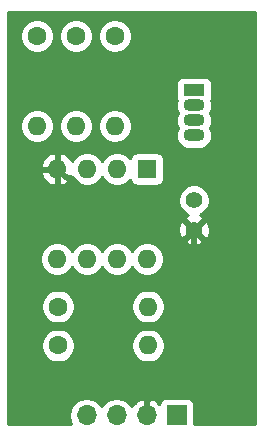
<source format=gbl>
G04 #@! TF.GenerationSoftware,KiCad,Pcbnew,5.1.10-88a1d61d58~90~ubuntu20.04.1*
G04 #@! TF.CreationDate,2021-10-12T10:11:59+02:00*
G04 #@! TF.ProjectId,attiny85_I2C_RGB_LED_v2,61747469-6e79-4383-955f-4932435f5247,2.0*
G04 #@! TF.SameCoordinates,Original*
G04 #@! TF.FileFunction,Copper,L2,Bot*
G04 #@! TF.FilePolarity,Positive*
%FSLAX46Y46*%
G04 Gerber Fmt 4.6, Leading zero omitted, Abs format (unit mm)*
G04 Created by KiCad (PCBNEW 5.1.10-88a1d61d58~90~ubuntu20.04.1) date 2021-10-12 10:11:59*
%MOMM*%
%LPD*%
G01*
G04 APERTURE LIST*
G04 #@! TA.AperFunction,ComponentPad*
%ADD10O,1.600000X1.600000*%
G04 #@! TD*
G04 #@! TA.AperFunction,ComponentPad*
%ADD11C,1.600000*%
G04 #@! TD*
G04 #@! TA.AperFunction,ComponentPad*
%ADD12R,1.600000X1.600000*%
G04 #@! TD*
G04 #@! TA.AperFunction,ComponentPad*
%ADD13R,1.700000X1.700000*%
G04 #@! TD*
G04 #@! TA.AperFunction,ComponentPad*
%ADD14O,1.700000X1.700000*%
G04 #@! TD*
G04 #@! TA.AperFunction,ComponentPad*
%ADD15R,1.800000X1.070000*%
G04 #@! TD*
G04 #@! TA.AperFunction,ComponentPad*
%ADD16O,1.800000X1.070000*%
G04 #@! TD*
G04 #@! TA.AperFunction,ComponentPad*
%ADD17C,1.400000*%
G04 #@! TD*
G04 #@! TA.AperFunction,Conductor*
%ADD18C,0.500000*%
G04 #@! TD*
G04 #@! TA.AperFunction,Conductor*
%ADD19C,0.254000*%
G04 #@! TD*
G04 #@! TA.AperFunction,Conductor*
%ADD20C,0.200000*%
G04 #@! TD*
G04 APERTURE END LIST*
D10*
X119405400Y-139700000D03*
D11*
X111785400Y-139700000D03*
X111785400Y-136400000D03*
D10*
X119405400Y-136400000D03*
D12*
X119330000Y-124760000D03*
D10*
X111710000Y-132380000D03*
X116790000Y-124760000D03*
X114250000Y-132380000D03*
X114250000Y-124760000D03*
X116790000Y-132380000D03*
X111710000Y-124760000D03*
X119330000Y-132380000D03*
D13*
X121825400Y-145626400D03*
D14*
X119285400Y-145626400D03*
X116745400Y-145626400D03*
X114205400Y-145626400D03*
D15*
X123300000Y-118100000D03*
D16*
X123300000Y-119370000D03*
X123300000Y-120640000D03*
X123300000Y-121910000D03*
D17*
X123300000Y-127400000D03*
X123300000Y-129900000D03*
D11*
X110000000Y-113500000D03*
D10*
X110000000Y-121120000D03*
X116600000Y-121120000D03*
D11*
X116600000Y-113500000D03*
X113300000Y-113500000D03*
D10*
X113300000Y-121120000D03*
D18*
X123300000Y-130889949D02*
X123300000Y-129900000D01*
X123300000Y-140409719D02*
X123300000Y-130889949D01*
X119285400Y-144424319D02*
X123300000Y-140409719D01*
X119285400Y-145626400D02*
X119285400Y-144424319D01*
X123300000Y-129900000D02*
X121234200Y-127834200D01*
X115178198Y-127834200D02*
X121234200Y-127834200D01*
X112903997Y-125559999D02*
X115178198Y-127834200D01*
X112509999Y-125559999D02*
X112903997Y-125559999D01*
X111710000Y-124760000D02*
X112509999Y-125559999D01*
X123300000Y-119370000D02*
X123300000Y-119454990D01*
D19*
X128465000Y-146356400D02*
X123313472Y-146356400D01*
X123313472Y-144776400D01*
X123301212Y-144651918D01*
X123264902Y-144532220D01*
X123205937Y-144421906D01*
X123126585Y-144325215D01*
X123029894Y-144245863D01*
X122919580Y-144186898D01*
X122799882Y-144150588D01*
X122675400Y-144138328D01*
X120975400Y-144138328D01*
X120850918Y-144150588D01*
X120731220Y-144186898D01*
X120620906Y-144245863D01*
X120524215Y-144325215D01*
X120444863Y-144421906D01*
X120385898Y-144532220D01*
X120361434Y-144612866D01*
X120285669Y-144528812D01*
X120052320Y-144354759D01*
X119789499Y-144229575D01*
X119642290Y-144184924D01*
X119412400Y-144306245D01*
X119412400Y-145499400D01*
X119432400Y-145499400D01*
X119432400Y-145753400D01*
X119412400Y-145753400D01*
X119412400Y-145773400D01*
X119158400Y-145773400D01*
X119158400Y-145753400D01*
X119138400Y-145753400D01*
X119138400Y-145499400D01*
X119158400Y-145499400D01*
X119158400Y-144306245D01*
X118928510Y-144184924D01*
X118781301Y-144229575D01*
X118518480Y-144354759D01*
X118285131Y-144528812D01*
X118090222Y-144745045D01*
X118020595Y-144861934D01*
X117898875Y-144679768D01*
X117692032Y-144472925D01*
X117448811Y-144310410D01*
X117178558Y-144198468D01*
X116891660Y-144141400D01*
X116599140Y-144141400D01*
X116312242Y-144198468D01*
X116041989Y-144310410D01*
X115798768Y-144472925D01*
X115591925Y-144679768D01*
X115475400Y-144854160D01*
X115358875Y-144679768D01*
X115152032Y-144472925D01*
X114908811Y-144310410D01*
X114638558Y-144198468D01*
X114351660Y-144141400D01*
X114059140Y-144141400D01*
X113772242Y-144198468D01*
X113501989Y-144310410D01*
X113258768Y-144472925D01*
X113051925Y-144679768D01*
X112889410Y-144922989D01*
X112777468Y-145193242D01*
X112720400Y-145480140D01*
X112720400Y-145772660D01*
X112777468Y-146059558D01*
X112889410Y-146329811D01*
X112907176Y-146356400D01*
X107535000Y-146356400D01*
X107535000Y-139558665D01*
X110350400Y-139558665D01*
X110350400Y-139841335D01*
X110405547Y-140118574D01*
X110513720Y-140379727D01*
X110670763Y-140614759D01*
X110870641Y-140814637D01*
X111105673Y-140971680D01*
X111366826Y-141079853D01*
X111644065Y-141135000D01*
X111926735Y-141135000D01*
X112203974Y-141079853D01*
X112465127Y-140971680D01*
X112700159Y-140814637D01*
X112900037Y-140614759D01*
X113057080Y-140379727D01*
X113165253Y-140118574D01*
X113220400Y-139841335D01*
X113220400Y-139558665D01*
X117970400Y-139558665D01*
X117970400Y-139841335D01*
X118025547Y-140118574D01*
X118133720Y-140379727D01*
X118290763Y-140614759D01*
X118490641Y-140814637D01*
X118725673Y-140971680D01*
X118986826Y-141079853D01*
X119264065Y-141135000D01*
X119546735Y-141135000D01*
X119823974Y-141079853D01*
X120085127Y-140971680D01*
X120320159Y-140814637D01*
X120520037Y-140614759D01*
X120677080Y-140379727D01*
X120785253Y-140118574D01*
X120840400Y-139841335D01*
X120840400Y-139558665D01*
X120785253Y-139281426D01*
X120677080Y-139020273D01*
X120520037Y-138785241D01*
X120320159Y-138585363D01*
X120085127Y-138428320D01*
X119823974Y-138320147D01*
X119546735Y-138265000D01*
X119264065Y-138265000D01*
X118986826Y-138320147D01*
X118725673Y-138428320D01*
X118490641Y-138585363D01*
X118290763Y-138785241D01*
X118133720Y-139020273D01*
X118025547Y-139281426D01*
X117970400Y-139558665D01*
X113220400Y-139558665D01*
X113165253Y-139281426D01*
X113057080Y-139020273D01*
X112900037Y-138785241D01*
X112700159Y-138585363D01*
X112465127Y-138428320D01*
X112203974Y-138320147D01*
X111926735Y-138265000D01*
X111644065Y-138265000D01*
X111366826Y-138320147D01*
X111105673Y-138428320D01*
X110870641Y-138585363D01*
X110670763Y-138785241D01*
X110513720Y-139020273D01*
X110405547Y-139281426D01*
X110350400Y-139558665D01*
X107535000Y-139558665D01*
X107535000Y-136258665D01*
X110350400Y-136258665D01*
X110350400Y-136541335D01*
X110405547Y-136818574D01*
X110513720Y-137079727D01*
X110670763Y-137314759D01*
X110870641Y-137514637D01*
X111105673Y-137671680D01*
X111366826Y-137779853D01*
X111644065Y-137835000D01*
X111926735Y-137835000D01*
X112203974Y-137779853D01*
X112465127Y-137671680D01*
X112700159Y-137514637D01*
X112900037Y-137314759D01*
X113057080Y-137079727D01*
X113165253Y-136818574D01*
X113220400Y-136541335D01*
X113220400Y-136258665D01*
X117970400Y-136258665D01*
X117970400Y-136541335D01*
X118025547Y-136818574D01*
X118133720Y-137079727D01*
X118290763Y-137314759D01*
X118490641Y-137514637D01*
X118725673Y-137671680D01*
X118986826Y-137779853D01*
X119264065Y-137835000D01*
X119546735Y-137835000D01*
X119823974Y-137779853D01*
X120085127Y-137671680D01*
X120320159Y-137514637D01*
X120520037Y-137314759D01*
X120677080Y-137079727D01*
X120785253Y-136818574D01*
X120840400Y-136541335D01*
X120840400Y-136258665D01*
X120785253Y-135981426D01*
X120677080Y-135720273D01*
X120520037Y-135485241D01*
X120320159Y-135285363D01*
X120085127Y-135128320D01*
X119823974Y-135020147D01*
X119546735Y-134965000D01*
X119264065Y-134965000D01*
X118986826Y-135020147D01*
X118725673Y-135128320D01*
X118490641Y-135285363D01*
X118290763Y-135485241D01*
X118133720Y-135720273D01*
X118025547Y-135981426D01*
X117970400Y-136258665D01*
X113220400Y-136258665D01*
X113165253Y-135981426D01*
X113057080Y-135720273D01*
X112900037Y-135485241D01*
X112700159Y-135285363D01*
X112465127Y-135128320D01*
X112203974Y-135020147D01*
X111926735Y-134965000D01*
X111644065Y-134965000D01*
X111366826Y-135020147D01*
X111105673Y-135128320D01*
X110870641Y-135285363D01*
X110670763Y-135485241D01*
X110513720Y-135720273D01*
X110405547Y-135981426D01*
X110350400Y-136258665D01*
X107535000Y-136258665D01*
X107535000Y-132238665D01*
X110275000Y-132238665D01*
X110275000Y-132521335D01*
X110330147Y-132798574D01*
X110438320Y-133059727D01*
X110595363Y-133294759D01*
X110795241Y-133494637D01*
X111030273Y-133651680D01*
X111291426Y-133759853D01*
X111568665Y-133815000D01*
X111851335Y-133815000D01*
X112128574Y-133759853D01*
X112389727Y-133651680D01*
X112624759Y-133494637D01*
X112824637Y-133294759D01*
X112980000Y-133062241D01*
X113135363Y-133294759D01*
X113335241Y-133494637D01*
X113570273Y-133651680D01*
X113831426Y-133759853D01*
X114108665Y-133815000D01*
X114391335Y-133815000D01*
X114668574Y-133759853D01*
X114929727Y-133651680D01*
X115164759Y-133494637D01*
X115364637Y-133294759D01*
X115520000Y-133062241D01*
X115675363Y-133294759D01*
X115875241Y-133494637D01*
X116110273Y-133651680D01*
X116371426Y-133759853D01*
X116648665Y-133815000D01*
X116931335Y-133815000D01*
X117208574Y-133759853D01*
X117469727Y-133651680D01*
X117704759Y-133494637D01*
X117904637Y-133294759D01*
X118060000Y-133062241D01*
X118215363Y-133294759D01*
X118415241Y-133494637D01*
X118650273Y-133651680D01*
X118911426Y-133759853D01*
X119188665Y-133815000D01*
X119471335Y-133815000D01*
X119748574Y-133759853D01*
X120009727Y-133651680D01*
X120244759Y-133494637D01*
X120444637Y-133294759D01*
X120601680Y-133059727D01*
X120709853Y-132798574D01*
X120765000Y-132521335D01*
X120765000Y-132238665D01*
X120709853Y-131961426D01*
X120601680Y-131700273D01*
X120444637Y-131465241D01*
X120244759Y-131265363D01*
X120009727Y-131108320D01*
X119748574Y-131000147D01*
X119471335Y-130945000D01*
X119188665Y-130945000D01*
X118911426Y-131000147D01*
X118650273Y-131108320D01*
X118415241Y-131265363D01*
X118215363Y-131465241D01*
X118060000Y-131697759D01*
X117904637Y-131465241D01*
X117704759Y-131265363D01*
X117469727Y-131108320D01*
X117208574Y-131000147D01*
X116931335Y-130945000D01*
X116648665Y-130945000D01*
X116371426Y-131000147D01*
X116110273Y-131108320D01*
X115875241Y-131265363D01*
X115675363Y-131465241D01*
X115520000Y-131697759D01*
X115364637Y-131465241D01*
X115164759Y-131265363D01*
X114929727Y-131108320D01*
X114668574Y-131000147D01*
X114391335Y-130945000D01*
X114108665Y-130945000D01*
X113831426Y-131000147D01*
X113570273Y-131108320D01*
X113335241Y-131265363D01*
X113135363Y-131465241D01*
X112980000Y-131697759D01*
X112824637Y-131465241D01*
X112624759Y-131265363D01*
X112389727Y-131108320D01*
X112128574Y-131000147D01*
X111851335Y-130945000D01*
X111568665Y-130945000D01*
X111291426Y-131000147D01*
X111030273Y-131108320D01*
X110795241Y-131265363D01*
X110595363Y-131465241D01*
X110438320Y-131700273D01*
X110330147Y-131961426D01*
X110275000Y-132238665D01*
X107535000Y-132238665D01*
X107535000Y-130821269D01*
X122558336Y-130821269D01*
X122617797Y-131055037D01*
X122856242Y-131165934D01*
X123111740Y-131228183D01*
X123374473Y-131239390D01*
X123634344Y-131199125D01*
X123881366Y-131108935D01*
X123982203Y-131055037D01*
X124041664Y-130821269D01*
X123300000Y-130079605D01*
X122558336Y-130821269D01*
X107535000Y-130821269D01*
X107535000Y-129974473D01*
X121960610Y-129974473D01*
X122000875Y-130234344D01*
X122091065Y-130481366D01*
X122144963Y-130582203D01*
X122378731Y-130641664D01*
X123120395Y-129900000D01*
X123479605Y-129900000D01*
X124221269Y-130641664D01*
X124455037Y-130582203D01*
X124565934Y-130343758D01*
X124628183Y-130088260D01*
X124639390Y-129825527D01*
X124599125Y-129565656D01*
X124508935Y-129318634D01*
X124455037Y-129217797D01*
X124221269Y-129158336D01*
X123479605Y-129900000D01*
X123120395Y-129900000D01*
X122378731Y-129158336D01*
X122144963Y-129217797D01*
X122034066Y-129456242D01*
X121971817Y-129711740D01*
X121960610Y-129974473D01*
X107535000Y-129974473D01*
X107535000Y-127268514D01*
X121965000Y-127268514D01*
X121965000Y-127531486D01*
X122016304Y-127789405D01*
X122116939Y-128032359D01*
X122263038Y-128251013D01*
X122448987Y-128436962D01*
X122667641Y-128583061D01*
X122830118Y-128650361D01*
X122718634Y-128691065D01*
X122617797Y-128744963D01*
X122558336Y-128978731D01*
X123300000Y-129720395D01*
X124041664Y-128978731D01*
X123982203Y-128744963D01*
X123774596Y-128648408D01*
X123932359Y-128583061D01*
X124151013Y-128436962D01*
X124336962Y-128251013D01*
X124483061Y-128032359D01*
X124583696Y-127789405D01*
X124635000Y-127531486D01*
X124635000Y-127268514D01*
X124583696Y-127010595D01*
X124483061Y-126767641D01*
X124336962Y-126548987D01*
X124151013Y-126363038D01*
X123932359Y-126216939D01*
X123689405Y-126116304D01*
X123431486Y-126065000D01*
X123168514Y-126065000D01*
X122910595Y-126116304D01*
X122667641Y-126216939D01*
X122448987Y-126363038D01*
X122263038Y-126548987D01*
X122116939Y-126767641D01*
X122016304Y-127010595D01*
X121965000Y-127268514D01*
X107535000Y-127268514D01*
X107535000Y-125109040D01*
X110318091Y-125109040D01*
X110412930Y-125373881D01*
X110557615Y-125615131D01*
X110746586Y-125823519D01*
X110972580Y-125991037D01*
X111226913Y-126111246D01*
X111360961Y-126151904D01*
X111583000Y-126029915D01*
X111583000Y-124887000D01*
X110439376Y-124887000D01*
X110318091Y-125109040D01*
X107535000Y-125109040D01*
X107535000Y-124410960D01*
X110318091Y-124410960D01*
X110439376Y-124633000D01*
X111583000Y-124633000D01*
X111583000Y-123490085D01*
X111837000Y-123490085D01*
X111837000Y-124633000D01*
X111857000Y-124633000D01*
X111857000Y-124887000D01*
X111837000Y-124887000D01*
X111837000Y-126029915D01*
X112059039Y-126151904D01*
X112193087Y-126111246D01*
X112447420Y-125991037D01*
X112673414Y-125823519D01*
X112862385Y-125615131D01*
X112973933Y-125429135D01*
X112978320Y-125439727D01*
X113135363Y-125674759D01*
X113335241Y-125874637D01*
X113570273Y-126031680D01*
X113831426Y-126139853D01*
X114108665Y-126195000D01*
X114391335Y-126195000D01*
X114668574Y-126139853D01*
X114929727Y-126031680D01*
X115164759Y-125874637D01*
X115364637Y-125674759D01*
X115520000Y-125442241D01*
X115675363Y-125674759D01*
X115875241Y-125874637D01*
X116110273Y-126031680D01*
X116371426Y-126139853D01*
X116648665Y-126195000D01*
X116931335Y-126195000D01*
X117208574Y-126139853D01*
X117469727Y-126031680D01*
X117704759Y-125874637D01*
X117903357Y-125676039D01*
X117904188Y-125684482D01*
X117940498Y-125804180D01*
X117999463Y-125914494D01*
X118078815Y-126011185D01*
X118175506Y-126090537D01*
X118285820Y-126149502D01*
X118405518Y-126185812D01*
X118530000Y-126198072D01*
X120130000Y-126198072D01*
X120254482Y-126185812D01*
X120374180Y-126149502D01*
X120484494Y-126090537D01*
X120581185Y-126011185D01*
X120660537Y-125914494D01*
X120719502Y-125804180D01*
X120755812Y-125684482D01*
X120768072Y-125560000D01*
X120768072Y-123960000D01*
X120755812Y-123835518D01*
X120719502Y-123715820D01*
X120660537Y-123605506D01*
X120581185Y-123508815D01*
X120484494Y-123429463D01*
X120374180Y-123370498D01*
X120254482Y-123334188D01*
X120130000Y-123321928D01*
X118530000Y-123321928D01*
X118405518Y-123334188D01*
X118285820Y-123370498D01*
X118175506Y-123429463D01*
X118078815Y-123508815D01*
X117999463Y-123605506D01*
X117940498Y-123715820D01*
X117904188Y-123835518D01*
X117903357Y-123843961D01*
X117704759Y-123645363D01*
X117469727Y-123488320D01*
X117208574Y-123380147D01*
X116931335Y-123325000D01*
X116648665Y-123325000D01*
X116371426Y-123380147D01*
X116110273Y-123488320D01*
X115875241Y-123645363D01*
X115675363Y-123845241D01*
X115520000Y-124077759D01*
X115364637Y-123845241D01*
X115164759Y-123645363D01*
X114929727Y-123488320D01*
X114668574Y-123380147D01*
X114391335Y-123325000D01*
X114108665Y-123325000D01*
X113831426Y-123380147D01*
X113570273Y-123488320D01*
X113335241Y-123645363D01*
X113135363Y-123845241D01*
X112978320Y-124080273D01*
X112973933Y-124090865D01*
X112862385Y-123904869D01*
X112673414Y-123696481D01*
X112447420Y-123528963D01*
X112193087Y-123408754D01*
X112059039Y-123368096D01*
X111837000Y-123490085D01*
X111583000Y-123490085D01*
X111360961Y-123368096D01*
X111226913Y-123408754D01*
X110972580Y-123528963D01*
X110746586Y-123696481D01*
X110557615Y-123904869D01*
X110412930Y-124146119D01*
X110318091Y-124410960D01*
X107535000Y-124410960D01*
X107535000Y-120978665D01*
X108565000Y-120978665D01*
X108565000Y-121261335D01*
X108620147Y-121538574D01*
X108728320Y-121799727D01*
X108885363Y-122034759D01*
X109085241Y-122234637D01*
X109320273Y-122391680D01*
X109581426Y-122499853D01*
X109858665Y-122555000D01*
X110141335Y-122555000D01*
X110418574Y-122499853D01*
X110679727Y-122391680D01*
X110914759Y-122234637D01*
X111114637Y-122034759D01*
X111271680Y-121799727D01*
X111379853Y-121538574D01*
X111435000Y-121261335D01*
X111435000Y-120978665D01*
X111865000Y-120978665D01*
X111865000Y-121261335D01*
X111920147Y-121538574D01*
X112028320Y-121799727D01*
X112185363Y-122034759D01*
X112385241Y-122234637D01*
X112620273Y-122391680D01*
X112881426Y-122499853D01*
X113158665Y-122555000D01*
X113441335Y-122555000D01*
X113718574Y-122499853D01*
X113979727Y-122391680D01*
X114214759Y-122234637D01*
X114414637Y-122034759D01*
X114571680Y-121799727D01*
X114679853Y-121538574D01*
X114735000Y-121261335D01*
X114735000Y-120978665D01*
X115165000Y-120978665D01*
X115165000Y-121261335D01*
X115220147Y-121538574D01*
X115328320Y-121799727D01*
X115485363Y-122034759D01*
X115685241Y-122234637D01*
X115920273Y-122391680D01*
X116181426Y-122499853D01*
X116458665Y-122555000D01*
X116741335Y-122555000D01*
X117018574Y-122499853D01*
X117279727Y-122391680D01*
X117514759Y-122234637D01*
X117714637Y-122034759D01*
X117871680Y-121799727D01*
X117979853Y-121538574D01*
X118035000Y-121261335D01*
X118035000Y-120978665D01*
X117979853Y-120701426D01*
X117871680Y-120440273D01*
X117714637Y-120205241D01*
X117514759Y-120005363D01*
X117279727Y-119848320D01*
X117018574Y-119740147D01*
X116741335Y-119685000D01*
X116458665Y-119685000D01*
X116181426Y-119740147D01*
X115920273Y-119848320D01*
X115685241Y-120005363D01*
X115485363Y-120205241D01*
X115328320Y-120440273D01*
X115220147Y-120701426D01*
X115165000Y-120978665D01*
X114735000Y-120978665D01*
X114679853Y-120701426D01*
X114571680Y-120440273D01*
X114414637Y-120205241D01*
X114214759Y-120005363D01*
X113979727Y-119848320D01*
X113718574Y-119740147D01*
X113441335Y-119685000D01*
X113158665Y-119685000D01*
X112881426Y-119740147D01*
X112620273Y-119848320D01*
X112385241Y-120005363D01*
X112185363Y-120205241D01*
X112028320Y-120440273D01*
X111920147Y-120701426D01*
X111865000Y-120978665D01*
X111435000Y-120978665D01*
X111379853Y-120701426D01*
X111271680Y-120440273D01*
X111114637Y-120205241D01*
X110914759Y-120005363D01*
X110679727Y-119848320D01*
X110418574Y-119740147D01*
X110141335Y-119685000D01*
X109858665Y-119685000D01*
X109581426Y-119740147D01*
X109320273Y-119848320D01*
X109085241Y-120005363D01*
X108885363Y-120205241D01*
X108728320Y-120440273D01*
X108620147Y-120701426D01*
X108565000Y-120978665D01*
X107535000Y-120978665D01*
X107535000Y-119370000D01*
X121759339Y-119370000D01*
X121781929Y-119599360D01*
X121848831Y-119819906D01*
X121947766Y-120005000D01*
X121848831Y-120190094D01*
X121781929Y-120410640D01*
X121759339Y-120640000D01*
X121781929Y-120869360D01*
X121848831Y-121089906D01*
X121947766Y-121275000D01*
X121848831Y-121460094D01*
X121781929Y-121680640D01*
X121759339Y-121910000D01*
X121781929Y-122139360D01*
X121848831Y-122359906D01*
X121957474Y-122563162D01*
X122103682Y-122741318D01*
X122281838Y-122887526D01*
X122485094Y-122996169D01*
X122705640Y-123063071D01*
X122877523Y-123080000D01*
X123722477Y-123080000D01*
X123894360Y-123063071D01*
X124114906Y-122996169D01*
X124318162Y-122887526D01*
X124496318Y-122741318D01*
X124642526Y-122563162D01*
X124751169Y-122359906D01*
X124818071Y-122139360D01*
X124840661Y-121910000D01*
X124818071Y-121680640D01*
X124751169Y-121460094D01*
X124652234Y-121275000D01*
X124751169Y-121089906D01*
X124818071Y-120869360D01*
X124840661Y-120640000D01*
X124818071Y-120410640D01*
X124751169Y-120190094D01*
X124652234Y-120005000D01*
X124751169Y-119819906D01*
X124818071Y-119599360D01*
X124840661Y-119370000D01*
X124818071Y-119140640D01*
X124757130Y-118939743D01*
X124789502Y-118879180D01*
X124825812Y-118759482D01*
X124838072Y-118635000D01*
X124838072Y-117565000D01*
X124825812Y-117440518D01*
X124789502Y-117320820D01*
X124730537Y-117210506D01*
X124651185Y-117113815D01*
X124554494Y-117034463D01*
X124444180Y-116975498D01*
X124324482Y-116939188D01*
X124200000Y-116926928D01*
X122400000Y-116926928D01*
X122275518Y-116939188D01*
X122155820Y-116975498D01*
X122045506Y-117034463D01*
X121948815Y-117113815D01*
X121869463Y-117210506D01*
X121810498Y-117320820D01*
X121774188Y-117440518D01*
X121761928Y-117565000D01*
X121761928Y-118635000D01*
X121774188Y-118759482D01*
X121810498Y-118879180D01*
X121842870Y-118939743D01*
X121781929Y-119140640D01*
X121759339Y-119370000D01*
X107535000Y-119370000D01*
X107535000Y-113358665D01*
X108565000Y-113358665D01*
X108565000Y-113641335D01*
X108620147Y-113918574D01*
X108728320Y-114179727D01*
X108885363Y-114414759D01*
X109085241Y-114614637D01*
X109320273Y-114771680D01*
X109581426Y-114879853D01*
X109858665Y-114935000D01*
X110141335Y-114935000D01*
X110418574Y-114879853D01*
X110679727Y-114771680D01*
X110914759Y-114614637D01*
X111114637Y-114414759D01*
X111271680Y-114179727D01*
X111379853Y-113918574D01*
X111435000Y-113641335D01*
X111435000Y-113358665D01*
X111865000Y-113358665D01*
X111865000Y-113641335D01*
X111920147Y-113918574D01*
X112028320Y-114179727D01*
X112185363Y-114414759D01*
X112385241Y-114614637D01*
X112620273Y-114771680D01*
X112881426Y-114879853D01*
X113158665Y-114935000D01*
X113441335Y-114935000D01*
X113718574Y-114879853D01*
X113979727Y-114771680D01*
X114214759Y-114614637D01*
X114414637Y-114414759D01*
X114571680Y-114179727D01*
X114679853Y-113918574D01*
X114735000Y-113641335D01*
X114735000Y-113358665D01*
X115165000Y-113358665D01*
X115165000Y-113641335D01*
X115220147Y-113918574D01*
X115328320Y-114179727D01*
X115485363Y-114414759D01*
X115685241Y-114614637D01*
X115920273Y-114771680D01*
X116181426Y-114879853D01*
X116458665Y-114935000D01*
X116741335Y-114935000D01*
X117018574Y-114879853D01*
X117279727Y-114771680D01*
X117514759Y-114614637D01*
X117714637Y-114414759D01*
X117871680Y-114179727D01*
X117979853Y-113918574D01*
X118035000Y-113641335D01*
X118035000Y-113358665D01*
X117979853Y-113081426D01*
X117871680Y-112820273D01*
X117714637Y-112585241D01*
X117514759Y-112385363D01*
X117279727Y-112228320D01*
X117018574Y-112120147D01*
X116741335Y-112065000D01*
X116458665Y-112065000D01*
X116181426Y-112120147D01*
X115920273Y-112228320D01*
X115685241Y-112385363D01*
X115485363Y-112585241D01*
X115328320Y-112820273D01*
X115220147Y-113081426D01*
X115165000Y-113358665D01*
X114735000Y-113358665D01*
X114679853Y-113081426D01*
X114571680Y-112820273D01*
X114414637Y-112585241D01*
X114214759Y-112385363D01*
X113979727Y-112228320D01*
X113718574Y-112120147D01*
X113441335Y-112065000D01*
X113158665Y-112065000D01*
X112881426Y-112120147D01*
X112620273Y-112228320D01*
X112385241Y-112385363D01*
X112185363Y-112585241D01*
X112028320Y-112820273D01*
X111920147Y-113081426D01*
X111865000Y-113358665D01*
X111435000Y-113358665D01*
X111379853Y-113081426D01*
X111271680Y-112820273D01*
X111114637Y-112585241D01*
X110914759Y-112385363D01*
X110679727Y-112228320D01*
X110418574Y-112120147D01*
X110141335Y-112065000D01*
X109858665Y-112065000D01*
X109581426Y-112120147D01*
X109320273Y-112228320D01*
X109085241Y-112385363D01*
X108885363Y-112585241D01*
X108728320Y-112820273D01*
X108620147Y-113081426D01*
X108565000Y-113358665D01*
X107535000Y-113358665D01*
X107535000Y-111435000D01*
X128465001Y-111435000D01*
X128465000Y-146356400D01*
G04 #@! TA.AperFunction,Conductor*
D20*
G36*
X128465000Y-146356400D02*
G01*
X123313472Y-146356400D01*
X123313472Y-144776400D01*
X123301212Y-144651918D01*
X123264902Y-144532220D01*
X123205937Y-144421906D01*
X123126585Y-144325215D01*
X123029894Y-144245863D01*
X122919580Y-144186898D01*
X122799882Y-144150588D01*
X122675400Y-144138328D01*
X120975400Y-144138328D01*
X120850918Y-144150588D01*
X120731220Y-144186898D01*
X120620906Y-144245863D01*
X120524215Y-144325215D01*
X120444863Y-144421906D01*
X120385898Y-144532220D01*
X120361434Y-144612866D01*
X120285669Y-144528812D01*
X120052320Y-144354759D01*
X119789499Y-144229575D01*
X119642290Y-144184924D01*
X119412400Y-144306245D01*
X119412400Y-145499400D01*
X119432400Y-145499400D01*
X119432400Y-145753400D01*
X119412400Y-145753400D01*
X119412400Y-145773400D01*
X119158400Y-145773400D01*
X119158400Y-145753400D01*
X119138400Y-145753400D01*
X119138400Y-145499400D01*
X119158400Y-145499400D01*
X119158400Y-144306245D01*
X118928510Y-144184924D01*
X118781301Y-144229575D01*
X118518480Y-144354759D01*
X118285131Y-144528812D01*
X118090222Y-144745045D01*
X118020595Y-144861934D01*
X117898875Y-144679768D01*
X117692032Y-144472925D01*
X117448811Y-144310410D01*
X117178558Y-144198468D01*
X116891660Y-144141400D01*
X116599140Y-144141400D01*
X116312242Y-144198468D01*
X116041989Y-144310410D01*
X115798768Y-144472925D01*
X115591925Y-144679768D01*
X115475400Y-144854160D01*
X115358875Y-144679768D01*
X115152032Y-144472925D01*
X114908811Y-144310410D01*
X114638558Y-144198468D01*
X114351660Y-144141400D01*
X114059140Y-144141400D01*
X113772242Y-144198468D01*
X113501989Y-144310410D01*
X113258768Y-144472925D01*
X113051925Y-144679768D01*
X112889410Y-144922989D01*
X112777468Y-145193242D01*
X112720400Y-145480140D01*
X112720400Y-145772660D01*
X112777468Y-146059558D01*
X112889410Y-146329811D01*
X112907176Y-146356400D01*
X107535000Y-146356400D01*
X107535000Y-139558665D01*
X110350400Y-139558665D01*
X110350400Y-139841335D01*
X110405547Y-140118574D01*
X110513720Y-140379727D01*
X110670763Y-140614759D01*
X110870641Y-140814637D01*
X111105673Y-140971680D01*
X111366826Y-141079853D01*
X111644065Y-141135000D01*
X111926735Y-141135000D01*
X112203974Y-141079853D01*
X112465127Y-140971680D01*
X112700159Y-140814637D01*
X112900037Y-140614759D01*
X113057080Y-140379727D01*
X113165253Y-140118574D01*
X113220400Y-139841335D01*
X113220400Y-139558665D01*
X117970400Y-139558665D01*
X117970400Y-139841335D01*
X118025547Y-140118574D01*
X118133720Y-140379727D01*
X118290763Y-140614759D01*
X118490641Y-140814637D01*
X118725673Y-140971680D01*
X118986826Y-141079853D01*
X119264065Y-141135000D01*
X119546735Y-141135000D01*
X119823974Y-141079853D01*
X120085127Y-140971680D01*
X120320159Y-140814637D01*
X120520037Y-140614759D01*
X120677080Y-140379727D01*
X120785253Y-140118574D01*
X120840400Y-139841335D01*
X120840400Y-139558665D01*
X120785253Y-139281426D01*
X120677080Y-139020273D01*
X120520037Y-138785241D01*
X120320159Y-138585363D01*
X120085127Y-138428320D01*
X119823974Y-138320147D01*
X119546735Y-138265000D01*
X119264065Y-138265000D01*
X118986826Y-138320147D01*
X118725673Y-138428320D01*
X118490641Y-138585363D01*
X118290763Y-138785241D01*
X118133720Y-139020273D01*
X118025547Y-139281426D01*
X117970400Y-139558665D01*
X113220400Y-139558665D01*
X113165253Y-139281426D01*
X113057080Y-139020273D01*
X112900037Y-138785241D01*
X112700159Y-138585363D01*
X112465127Y-138428320D01*
X112203974Y-138320147D01*
X111926735Y-138265000D01*
X111644065Y-138265000D01*
X111366826Y-138320147D01*
X111105673Y-138428320D01*
X110870641Y-138585363D01*
X110670763Y-138785241D01*
X110513720Y-139020273D01*
X110405547Y-139281426D01*
X110350400Y-139558665D01*
X107535000Y-139558665D01*
X107535000Y-136258665D01*
X110350400Y-136258665D01*
X110350400Y-136541335D01*
X110405547Y-136818574D01*
X110513720Y-137079727D01*
X110670763Y-137314759D01*
X110870641Y-137514637D01*
X111105673Y-137671680D01*
X111366826Y-137779853D01*
X111644065Y-137835000D01*
X111926735Y-137835000D01*
X112203974Y-137779853D01*
X112465127Y-137671680D01*
X112700159Y-137514637D01*
X112900037Y-137314759D01*
X113057080Y-137079727D01*
X113165253Y-136818574D01*
X113220400Y-136541335D01*
X113220400Y-136258665D01*
X117970400Y-136258665D01*
X117970400Y-136541335D01*
X118025547Y-136818574D01*
X118133720Y-137079727D01*
X118290763Y-137314759D01*
X118490641Y-137514637D01*
X118725673Y-137671680D01*
X118986826Y-137779853D01*
X119264065Y-137835000D01*
X119546735Y-137835000D01*
X119823974Y-137779853D01*
X120085127Y-137671680D01*
X120320159Y-137514637D01*
X120520037Y-137314759D01*
X120677080Y-137079727D01*
X120785253Y-136818574D01*
X120840400Y-136541335D01*
X120840400Y-136258665D01*
X120785253Y-135981426D01*
X120677080Y-135720273D01*
X120520037Y-135485241D01*
X120320159Y-135285363D01*
X120085127Y-135128320D01*
X119823974Y-135020147D01*
X119546735Y-134965000D01*
X119264065Y-134965000D01*
X118986826Y-135020147D01*
X118725673Y-135128320D01*
X118490641Y-135285363D01*
X118290763Y-135485241D01*
X118133720Y-135720273D01*
X118025547Y-135981426D01*
X117970400Y-136258665D01*
X113220400Y-136258665D01*
X113165253Y-135981426D01*
X113057080Y-135720273D01*
X112900037Y-135485241D01*
X112700159Y-135285363D01*
X112465127Y-135128320D01*
X112203974Y-135020147D01*
X111926735Y-134965000D01*
X111644065Y-134965000D01*
X111366826Y-135020147D01*
X111105673Y-135128320D01*
X110870641Y-135285363D01*
X110670763Y-135485241D01*
X110513720Y-135720273D01*
X110405547Y-135981426D01*
X110350400Y-136258665D01*
X107535000Y-136258665D01*
X107535000Y-132238665D01*
X110275000Y-132238665D01*
X110275000Y-132521335D01*
X110330147Y-132798574D01*
X110438320Y-133059727D01*
X110595363Y-133294759D01*
X110795241Y-133494637D01*
X111030273Y-133651680D01*
X111291426Y-133759853D01*
X111568665Y-133815000D01*
X111851335Y-133815000D01*
X112128574Y-133759853D01*
X112389727Y-133651680D01*
X112624759Y-133494637D01*
X112824637Y-133294759D01*
X112980000Y-133062241D01*
X113135363Y-133294759D01*
X113335241Y-133494637D01*
X113570273Y-133651680D01*
X113831426Y-133759853D01*
X114108665Y-133815000D01*
X114391335Y-133815000D01*
X114668574Y-133759853D01*
X114929727Y-133651680D01*
X115164759Y-133494637D01*
X115364637Y-133294759D01*
X115520000Y-133062241D01*
X115675363Y-133294759D01*
X115875241Y-133494637D01*
X116110273Y-133651680D01*
X116371426Y-133759853D01*
X116648665Y-133815000D01*
X116931335Y-133815000D01*
X117208574Y-133759853D01*
X117469727Y-133651680D01*
X117704759Y-133494637D01*
X117904637Y-133294759D01*
X118060000Y-133062241D01*
X118215363Y-133294759D01*
X118415241Y-133494637D01*
X118650273Y-133651680D01*
X118911426Y-133759853D01*
X119188665Y-133815000D01*
X119471335Y-133815000D01*
X119748574Y-133759853D01*
X120009727Y-133651680D01*
X120244759Y-133494637D01*
X120444637Y-133294759D01*
X120601680Y-133059727D01*
X120709853Y-132798574D01*
X120765000Y-132521335D01*
X120765000Y-132238665D01*
X120709853Y-131961426D01*
X120601680Y-131700273D01*
X120444637Y-131465241D01*
X120244759Y-131265363D01*
X120009727Y-131108320D01*
X119748574Y-131000147D01*
X119471335Y-130945000D01*
X119188665Y-130945000D01*
X118911426Y-131000147D01*
X118650273Y-131108320D01*
X118415241Y-131265363D01*
X118215363Y-131465241D01*
X118060000Y-131697759D01*
X117904637Y-131465241D01*
X117704759Y-131265363D01*
X117469727Y-131108320D01*
X117208574Y-131000147D01*
X116931335Y-130945000D01*
X116648665Y-130945000D01*
X116371426Y-131000147D01*
X116110273Y-131108320D01*
X115875241Y-131265363D01*
X115675363Y-131465241D01*
X115520000Y-131697759D01*
X115364637Y-131465241D01*
X115164759Y-131265363D01*
X114929727Y-131108320D01*
X114668574Y-131000147D01*
X114391335Y-130945000D01*
X114108665Y-130945000D01*
X113831426Y-131000147D01*
X113570273Y-131108320D01*
X113335241Y-131265363D01*
X113135363Y-131465241D01*
X112980000Y-131697759D01*
X112824637Y-131465241D01*
X112624759Y-131265363D01*
X112389727Y-131108320D01*
X112128574Y-131000147D01*
X111851335Y-130945000D01*
X111568665Y-130945000D01*
X111291426Y-131000147D01*
X111030273Y-131108320D01*
X110795241Y-131265363D01*
X110595363Y-131465241D01*
X110438320Y-131700273D01*
X110330147Y-131961426D01*
X110275000Y-132238665D01*
X107535000Y-132238665D01*
X107535000Y-130821269D01*
X122558336Y-130821269D01*
X122617797Y-131055037D01*
X122856242Y-131165934D01*
X123111740Y-131228183D01*
X123374473Y-131239390D01*
X123634344Y-131199125D01*
X123881366Y-131108935D01*
X123982203Y-131055037D01*
X124041664Y-130821269D01*
X123300000Y-130079605D01*
X122558336Y-130821269D01*
X107535000Y-130821269D01*
X107535000Y-129974473D01*
X121960610Y-129974473D01*
X122000875Y-130234344D01*
X122091065Y-130481366D01*
X122144963Y-130582203D01*
X122378731Y-130641664D01*
X123120395Y-129900000D01*
X123479605Y-129900000D01*
X124221269Y-130641664D01*
X124455037Y-130582203D01*
X124565934Y-130343758D01*
X124628183Y-130088260D01*
X124639390Y-129825527D01*
X124599125Y-129565656D01*
X124508935Y-129318634D01*
X124455037Y-129217797D01*
X124221269Y-129158336D01*
X123479605Y-129900000D01*
X123120395Y-129900000D01*
X122378731Y-129158336D01*
X122144963Y-129217797D01*
X122034066Y-129456242D01*
X121971817Y-129711740D01*
X121960610Y-129974473D01*
X107535000Y-129974473D01*
X107535000Y-127268514D01*
X121965000Y-127268514D01*
X121965000Y-127531486D01*
X122016304Y-127789405D01*
X122116939Y-128032359D01*
X122263038Y-128251013D01*
X122448987Y-128436962D01*
X122667641Y-128583061D01*
X122830118Y-128650361D01*
X122718634Y-128691065D01*
X122617797Y-128744963D01*
X122558336Y-128978731D01*
X123300000Y-129720395D01*
X124041664Y-128978731D01*
X123982203Y-128744963D01*
X123774596Y-128648408D01*
X123932359Y-128583061D01*
X124151013Y-128436962D01*
X124336962Y-128251013D01*
X124483061Y-128032359D01*
X124583696Y-127789405D01*
X124635000Y-127531486D01*
X124635000Y-127268514D01*
X124583696Y-127010595D01*
X124483061Y-126767641D01*
X124336962Y-126548987D01*
X124151013Y-126363038D01*
X123932359Y-126216939D01*
X123689405Y-126116304D01*
X123431486Y-126065000D01*
X123168514Y-126065000D01*
X122910595Y-126116304D01*
X122667641Y-126216939D01*
X122448987Y-126363038D01*
X122263038Y-126548987D01*
X122116939Y-126767641D01*
X122016304Y-127010595D01*
X121965000Y-127268514D01*
X107535000Y-127268514D01*
X107535000Y-125109040D01*
X110318091Y-125109040D01*
X110412930Y-125373881D01*
X110557615Y-125615131D01*
X110746586Y-125823519D01*
X110972580Y-125991037D01*
X111226913Y-126111246D01*
X111360961Y-126151904D01*
X111583000Y-126029915D01*
X111583000Y-124887000D01*
X110439376Y-124887000D01*
X110318091Y-125109040D01*
X107535000Y-125109040D01*
X107535000Y-124410960D01*
X110318091Y-124410960D01*
X110439376Y-124633000D01*
X111583000Y-124633000D01*
X111583000Y-123490085D01*
X111837000Y-123490085D01*
X111837000Y-124633000D01*
X111857000Y-124633000D01*
X111857000Y-124887000D01*
X111837000Y-124887000D01*
X111837000Y-126029915D01*
X112059039Y-126151904D01*
X112193087Y-126111246D01*
X112447420Y-125991037D01*
X112673414Y-125823519D01*
X112862385Y-125615131D01*
X112973933Y-125429135D01*
X112978320Y-125439727D01*
X113135363Y-125674759D01*
X113335241Y-125874637D01*
X113570273Y-126031680D01*
X113831426Y-126139853D01*
X114108665Y-126195000D01*
X114391335Y-126195000D01*
X114668574Y-126139853D01*
X114929727Y-126031680D01*
X115164759Y-125874637D01*
X115364637Y-125674759D01*
X115520000Y-125442241D01*
X115675363Y-125674759D01*
X115875241Y-125874637D01*
X116110273Y-126031680D01*
X116371426Y-126139853D01*
X116648665Y-126195000D01*
X116931335Y-126195000D01*
X117208574Y-126139853D01*
X117469727Y-126031680D01*
X117704759Y-125874637D01*
X117903357Y-125676039D01*
X117904188Y-125684482D01*
X117940498Y-125804180D01*
X117999463Y-125914494D01*
X118078815Y-126011185D01*
X118175506Y-126090537D01*
X118285820Y-126149502D01*
X118405518Y-126185812D01*
X118530000Y-126198072D01*
X120130000Y-126198072D01*
X120254482Y-126185812D01*
X120374180Y-126149502D01*
X120484494Y-126090537D01*
X120581185Y-126011185D01*
X120660537Y-125914494D01*
X120719502Y-125804180D01*
X120755812Y-125684482D01*
X120768072Y-125560000D01*
X120768072Y-123960000D01*
X120755812Y-123835518D01*
X120719502Y-123715820D01*
X120660537Y-123605506D01*
X120581185Y-123508815D01*
X120484494Y-123429463D01*
X120374180Y-123370498D01*
X120254482Y-123334188D01*
X120130000Y-123321928D01*
X118530000Y-123321928D01*
X118405518Y-123334188D01*
X118285820Y-123370498D01*
X118175506Y-123429463D01*
X118078815Y-123508815D01*
X117999463Y-123605506D01*
X117940498Y-123715820D01*
X117904188Y-123835518D01*
X117903357Y-123843961D01*
X117704759Y-123645363D01*
X117469727Y-123488320D01*
X117208574Y-123380147D01*
X116931335Y-123325000D01*
X116648665Y-123325000D01*
X116371426Y-123380147D01*
X116110273Y-123488320D01*
X115875241Y-123645363D01*
X115675363Y-123845241D01*
X115520000Y-124077759D01*
X115364637Y-123845241D01*
X115164759Y-123645363D01*
X114929727Y-123488320D01*
X114668574Y-123380147D01*
X114391335Y-123325000D01*
X114108665Y-123325000D01*
X113831426Y-123380147D01*
X113570273Y-123488320D01*
X113335241Y-123645363D01*
X113135363Y-123845241D01*
X112978320Y-124080273D01*
X112973933Y-124090865D01*
X112862385Y-123904869D01*
X112673414Y-123696481D01*
X112447420Y-123528963D01*
X112193087Y-123408754D01*
X112059039Y-123368096D01*
X111837000Y-123490085D01*
X111583000Y-123490085D01*
X111360961Y-123368096D01*
X111226913Y-123408754D01*
X110972580Y-123528963D01*
X110746586Y-123696481D01*
X110557615Y-123904869D01*
X110412930Y-124146119D01*
X110318091Y-124410960D01*
X107535000Y-124410960D01*
X107535000Y-120978665D01*
X108565000Y-120978665D01*
X108565000Y-121261335D01*
X108620147Y-121538574D01*
X108728320Y-121799727D01*
X108885363Y-122034759D01*
X109085241Y-122234637D01*
X109320273Y-122391680D01*
X109581426Y-122499853D01*
X109858665Y-122555000D01*
X110141335Y-122555000D01*
X110418574Y-122499853D01*
X110679727Y-122391680D01*
X110914759Y-122234637D01*
X111114637Y-122034759D01*
X111271680Y-121799727D01*
X111379853Y-121538574D01*
X111435000Y-121261335D01*
X111435000Y-120978665D01*
X111865000Y-120978665D01*
X111865000Y-121261335D01*
X111920147Y-121538574D01*
X112028320Y-121799727D01*
X112185363Y-122034759D01*
X112385241Y-122234637D01*
X112620273Y-122391680D01*
X112881426Y-122499853D01*
X113158665Y-122555000D01*
X113441335Y-122555000D01*
X113718574Y-122499853D01*
X113979727Y-122391680D01*
X114214759Y-122234637D01*
X114414637Y-122034759D01*
X114571680Y-121799727D01*
X114679853Y-121538574D01*
X114735000Y-121261335D01*
X114735000Y-120978665D01*
X115165000Y-120978665D01*
X115165000Y-121261335D01*
X115220147Y-121538574D01*
X115328320Y-121799727D01*
X115485363Y-122034759D01*
X115685241Y-122234637D01*
X115920273Y-122391680D01*
X116181426Y-122499853D01*
X116458665Y-122555000D01*
X116741335Y-122555000D01*
X117018574Y-122499853D01*
X117279727Y-122391680D01*
X117514759Y-122234637D01*
X117714637Y-122034759D01*
X117871680Y-121799727D01*
X117979853Y-121538574D01*
X118035000Y-121261335D01*
X118035000Y-120978665D01*
X117979853Y-120701426D01*
X117871680Y-120440273D01*
X117714637Y-120205241D01*
X117514759Y-120005363D01*
X117279727Y-119848320D01*
X117018574Y-119740147D01*
X116741335Y-119685000D01*
X116458665Y-119685000D01*
X116181426Y-119740147D01*
X115920273Y-119848320D01*
X115685241Y-120005363D01*
X115485363Y-120205241D01*
X115328320Y-120440273D01*
X115220147Y-120701426D01*
X115165000Y-120978665D01*
X114735000Y-120978665D01*
X114679853Y-120701426D01*
X114571680Y-120440273D01*
X114414637Y-120205241D01*
X114214759Y-120005363D01*
X113979727Y-119848320D01*
X113718574Y-119740147D01*
X113441335Y-119685000D01*
X113158665Y-119685000D01*
X112881426Y-119740147D01*
X112620273Y-119848320D01*
X112385241Y-120005363D01*
X112185363Y-120205241D01*
X112028320Y-120440273D01*
X111920147Y-120701426D01*
X111865000Y-120978665D01*
X111435000Y-120978665D01*
X111379853Y-120701426D01*
X111271680Y-120440273D01*
X111114637Y-120205241D01*
X110914759Y-120005363D01*
X110679727Y-119848320D01*
X110418574Y-119740147D01*
X110141335Y-119685000D01*
X109858665Y-119685000D01*
X109581426Y-119740147D01*
X109320273Y-119848320D01*
X109085241Y-120005363D01*
X108885363Y-120205241D01*
X108728320Y-120440273D01*
X108620147Y-120701426D01*
X108565000Y-120978665D01*
X107535000Y-120978665D01*
X107535000Y-119370000D01*
X121759339Y-119370000D01*
X121781929Y-119599360D01*
X121848831Y-119819906D01*
X121947766Y-120005000D01*
X121848831Y-120190094D01*
X121781929Y-120410640D01*
X121759339Y-120640000D01*
X121781929Y-120869360D01*
X121848831Y-121089906D01*
X121947766Y-121275000D01*
X121848831Y-121460094D01*
X121781929Y-121680640D01*
X121759339Y-121910000D01*
X121781929Y-122139360D01*
X121848831Y-122359906D01*
X121957474Y-122563162D01*
X122103682Y-122741318D01*
X122281838Y-122887526D01*
X122485094Y-122996169D01*
X122705640Y-123063071D01*
X122877523Y-123080000D01*
X123722477Y-123080000D01*
X123894360Y-123063071D01*
X124114906Y-122996169D01*
X124318162Y-122887526D01*
X124496318Y-122741318D01*
X124642526Y-122563162D01*
X124751169Y-122359906D01*
X124818071Y-122139360D01*
X124840661Y-121910000D01*
X124818071Y-121680640D01*
X124751169Y-121460094D01*
X124652234Y-121275000D01*
X124751169Y-121089906D01*
X124818071Y-120869360D01*
X124840661Y-120640000D01*
X124818071Y-120410640D01*
X124751169Y-120190094D01*
X124652234Y-120005000D01*
X124751169Y-119819906D01*
X124818071Y-119599360D01*
X124840661Y-119370000D01*
X124818071Y-119140640D01*
X124757130Y-118939743D01*
X124789502Y-118879180D01*
X124825812Y-118759482D01*
X124838072Y-118635000D01*
X124838072Y-117565000D01*
X124825812Y-117440518D01*
X124789502Y-117320820D01*
X124730537Y-117210506D01*
X124651185Y-117113815D01*
X124554494Y-117034463D01*
X124444180Y-116975498D01*
X124324482Y-116939188D01*
X124200000Y-116926928D01*
X122400000Y-116926928D01*
X122275518Y-116939188D01*
X122155820Y-116975498D01*
X122045506Y-117034463D01*
X121948815Y-117113815D01*
X121869463Y-117210506D01*
X121810498Y-117320820D01*
X121774188Y-117440518D01*
X121761928Y-117565000D01*
X121761928Y-118635000D01*
X121774188Y-118759482D01*
X121810498Y-118879180D01*
X121842870Y-118939743D01*
X121781929Y-119140640D01*
X121759339Y-119370000D01*
X107535000Y-119370000D01*
X107535000Y-113358665D01*
X108565000Y-113358665D01*
X108565000Y-113641335D01*
X108620147Y-113918574D01*
X108728320Y-114179727D01*
X108885363Y-114414759D01*
X109085241Y-114614637D01*
X109320273Y-114771680D01*
X109581426Y-114879853D01*
X109858665Y-114935000D01*
X110141335Y-114935000D01*
X110418574Y-114879853D01*
X110679727Y-114771680D01*
X110914759Y-114614637D01*
X111114637Y-114414759D01*
X111271680Y-114179727D01*
X111379853Y-113918574D01*
X111435000Y-113641335D01*
X111435000Y-113358665D01*
X111865000Y-113358665D01*
X111865000Y-113641335D01*
X111920147Y-113918574D01*
X112028320Y-114179727D01*
X112185363Y-114414759D01*
X112385241Y-114614637D01*
X112620273Y-114771680D01*
X112881426Y-114879853D01*
X113158665Y-114935000D01*
X113441335Y-114935000D01*
X113718574Y-114879853D01*
X113979727Y-114771680D01*
X114214759Y-114614637D01*
X114414637Y-114414759D01*
X114571680Y-114179727D01*
X114679853Y-113918574D01*
X114735000Y-113641335D01*
X114735000Y-113358665D01*
X115165000Y-113358665D01*
X115165000Y-113641335D01*
X115220147Y-113918574D01*
X115328320Y-114179727D01*
X115485363Y-114414759D01*
X115685241Y-114614637D01*
X115920273Y-114771680D01*
X116181426Y-114879853D01*
X116458665Y-114935000D01*
X116741335Y-114935000D01*
X117018574Y-114879853D01*
X117279727Y-114771680D01*
X117514759Y-114614637D01*
X117714637Y-114414759D01*
X117871680Y-114179727D01*
X117979853Y-113918574D01*
X118035000Y-113641335D01*
X118035000Y-113358665D01*
X117979853Y-113081426D01*
X117871680Y-112820273D01*
X117714637Y-112585241D01*
X117514759Y-112385363D01*
X117279727Y-112228320D01*
X117018574Y-112120147D01*
X116741335Y-112065000D01*
X116458665Y-112065000D01*
X116181426Y-112120147D01*
X115920273Y-112228320D01*
X115685241Y-112385363D01*
X115485363Y-112585241D01*
X115328320Y-112820273D01*
X115220147Y-113081426D01*
X115165000Y-113358665D01*
X114735000Y-113358665D01*
X114679853Y-113081426D01*
X114571680Y-112820273D01*
X114414637Y-112585241D01*
X114214759Y-112385363D01*
X113979727Y-112228320D01*
X113718574Y-112120147D01*
X113441335Y-112065000D01*
X113158665Y-112065000D01*
X112881426Y-112120147D01*
X112620273Y-112228320D01*
X112385241Y-112385363D01*
X112185363Y-112585241D01*
X112028320Y-112820273D01*
X111920147Y-113081426D01*
X111865000Y-113358665D01*
X111435000Y-113358665D01*
X111379853Y-113081426D01*
X111271680Y-112820273D01*
X111114637Y-112585241D01*
X110914759Y-112385363D01*
X110679727Y-112228320D01*
X110418574Y-112120147D01*
X110141335Y-112065000D01*
X109858665Y-112065000D01*
X109581426Y-112120147D01*
X109320273Y-112228320D01*
X109085241Y-112385363D01*
X108885363Y-112585241D01*
X108728320Y-112820273D01*
X108620147Y-113081426D01*
X108565000Y-113358665D01*
X107535000Y-113358665D01*
X107535000Y-111435000D01*
X128465001Y-111435000D01*
X128465000Y-146356400D01*
G37*
G04 #@! TD.AperFunction*
M02*

</source>
